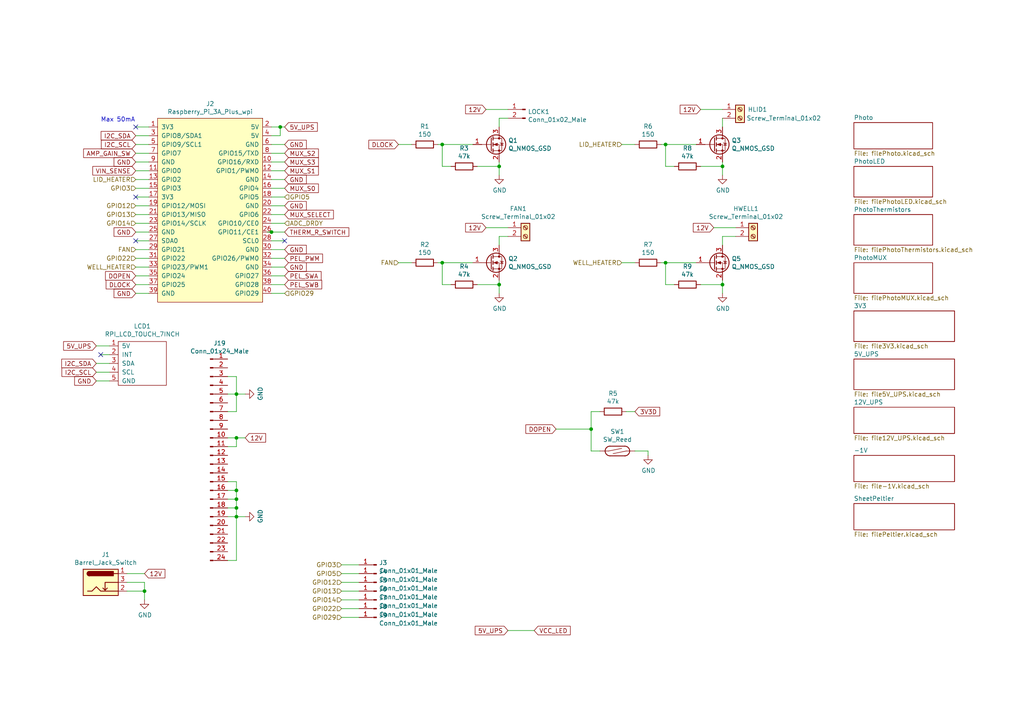
<source format=kicad_sch>
(kicad_sch (version 20211123) (generator eeschema)
  (paper "A4")
  (lib_symbols
    (symbol "Connector:Barrel_Jack_Switch" (pin_names hide)
      (property "Reference" "J" (at 0 5.334 0))
      (property "Value" "Barrel_Jack_Switch" (at 0 -5.08 0))
      (symbol "Barrel_Jack_Switch_0_1"
        (rectangle (start -5.08 3.81) (end 5.08 -3.81) (stroke (width 0.254)) (fill (type background)))
        (arc (start -3.302 3.175) (mid -3.937 2.54) (end -3.302 1.905) (stroke (width 0.254)))
        (arc (start -3.302 3.175) (mid -3.937 2.54) (end -3.302 1.905) (stroke (width 0.254)) (fill (type outline)))
        (polyline (pts (xy 1.27 -2.286) (xy 1.905 -1.651)) (stroke (width 0.254)))
        (polyline (pts (xy 5.08 2.54) (xy 3.81 2.54)) (stroke (width 0.254)))
        (polyline (pts (xy 5.08 0) (xy 1.27 0) (xy 1.27 -2.286) (xy 0.635 -1.651)) (stroke (width 0.254)))
        (polyline (pts (xy -3.81 -2.54) (xy -2.54 -2.54) (xy -1.27 -1.27) (xy 0 -2.54) (xy 2.54 -2.54) (xy 5.08 -2.54)) (stroke (width 0.254)))
        (rectangle (start 3.683 3.175) (end -3.302 1.905) (stroke (width 0.254)) (fill (type outline)))
      )
      (symbol "Barrel_Jack_Switch_1_1"
        (pin passive line (at 7.62 2.54 180) (length 2.54) (name "~") (number "1"))
        (pin passive line (at 7.62 -2.54 180) (length 2.54) (name "~") (number "2"))
        (pin passive line (at 7.62 0 180) (length 2.54) (name "~") (number "3"))
      )
    )
    (symbol "Connector:Conn_01x01_Male" (pin_names (offset 1.016) hide)
      (property "Reference" "J" (at 0 2.54 0))
      (property "Value" "Conn_01x01_Male" (at 0 -2.54 0))
      (symbol "Conn_01x01_Male_1_1"
        (polyline (pts (xy 1.27 0) (xy 0.8636 0)) (stroke (width 0.1524)))
        (rectangle (start 0.8636 0.127) (end 0 -0.127) (stroke (width 0.1524)) (fill (type outline)))
        (pin passive line (at 5.08 0 180) (length 3.81) (name "Pin_1") (number "1"))
      )
    )
    (symbol "Connector:Conn_01x02_Male" (pin_names (offset 1.016) hide)
      (property "Reference" "J" (at 0 2.54 0))
      (property "Value" "Conn_01x02_Male" (at 0 -5.08 0))
      (symbol "Conn_01x02_Male_1_1"
        (polyline (pts (xy 1.27 -2.54) (xy 0.8636 -2.54)) (stroke (width 0.1524)))
        (polyline (pts (xy 1.27 0) (xy 0.8636 0)) (stroke (width 0.1524)))
        (rectangle (start 0.8636 -2.413) (end 0 -2.667) (stroke (width 0.1524)) (fill (type outline)))
        (rectangle (start 0.8636 0.127) (end 0 -0.127) (stroke (width 0.1524)) (fill (type outline)))
        (pin passive line (at 5.08 0 180) (length 3.81) (name "Pin_1") (number "1"))
        (pin passive line (at 5.08 -2.54 180) (length 3.81) (name "Pin_2") (number "2"))
      )
    )
    (symbol "Connector:Conn_01x24_Male" (pin_names (offset 1.016) hide)
      (property "Reference" "J" (at 0 30.48 0))
      (property "Value" "Conn_01x24_Male" (at 0 -33.02 0))
      (symbol "Conn_01x24_Male_1_1"
        (polyline (pts (xy 1.27 -30.48) (xy 0.8636 -30.48)) (stroke (width 0.1524)))
        (polyline (pts (xy 1.27 -27.94) (xy 0.8636 -27.94)) (stroke (width 0.1524)))
        (polyline (pts (xy 1.27 -25.4) (xy 0.8636 -25.4)) (stroke (width 0.1524)))
        (polyline (pts (xy 1.27 -22.86) (xy 0.8636 -22.86)) (stroke (width 0.1524)))
        (polyline (pts (xy 1.27 -20.32) (xy 0.8636 -20.32)) (stroke (width 0.1524)))
        (polyline (pts (xy 1.27 -17.78) (xy 0.8636 -17.78)) (stroke (width 0.1524)))
        (polyline (pts (xy 1.27 -15.24) (xy 0.8636 -15.24)) (stroke (width 0.1524)))
        (polyline (pts (xy 1.27 -12.7) (xy 0.8636 -12.7)) (stroke (width 0.1524)))
        (polyline (pts (xy 1.27 -10.16) (xy 0.8636 -10.16)) (stroke (width 0.1524)))
        (polyline (pts (xy 1.27 -7.62) (xy 0.8636 -7.62)) (stroke (width 0.1524)))
        (polyline (pts (xy 1.27 -5.08) (xy 0.8636 -5.08)) (stroke (width 0.1524)))
        (polyline (pts (xy 1.27 -2.54) (xy 0.8636 -2.54)) (stroke (width 0.1524)))
        (polyline (pts (xy 1.27 0) (xy 0.8636 0)) (stroke (width 0.1524)))
        (polyline (pts (xy 1.27 2.54) (xy 0.8636 2.54)) (stroke (width 0.1524)))
        (polyline (pts (xy 1.27 5.08) (xy 0.8636 5.08)) (stroke (width 0.1524)))
        (polyline (pts (xy 1.27 7.62) (xy 0.8636 7.62)) (stroke (width 0.1524)))
        (polyline (pts (xy 1.27 10.16) (xy 0.8636 10.16)) (stroke (width 0.1524)))
        (polyline (pts (xy 1.27 12.7) (xy 0.8636 12.7)) (stroke (width 0.1524)))
        (polyline (pts (xy 1.27 15.24) (xy 0.8636 15.24)) (stroke (width 0.1524)))
        (polyline (pts (xy 1.27 17.78) (xy 0.8636 17.78)) (stroke (width 0.1524)))
        (polyline (pts (xy 1.27 20.32) (xy 0.8636 20.32)) (stroke (width 0.1524)))
        (polyline (pts (xy 1.27 22.86) (xy 0.8636 22.86)) (stroke (width 0.1524)))
        (polyline (pts (xy 1.27 25.4) (xy 0.8636 25.4)) (stroke (width 0.1524)))
        (polyline (pts (xy 1.27 27.94) (xy 0.8636 27.94)) (stroke (width 0.1524)))
        (rectangle (start 0.8636 -30.353) (end 0 -30.607) (stroke (width 0.1524)) (fill (type outline)))
        (rectangle (start 0.8636 -27.813) (end 0 -28.067) (stroke (width 0.1524)) (fill (type outline)))
        (rectangle (start 0.8636 -25.273) (end 0 -25.527) (stroke (width 0.1524)) (fill (type outline)))
        (rectangle (start 0.8636 -22.733) (end 0 -22.987) (stroke (width 0.1524)) (fill (type outline)))
        (rectangle (start 0.8636 -20.193) (end 0 -20.447) (stroke (width 0.1524)) (fill (type outline)))
        (rectangle (start 0.8636 -17.653) (end 0 -17.907) (stroke (width 0.1524)) (fill (type outline)))
        (rectangle (start 0.8636 -15.113) (end 0 -15.367) (stroke (width 0.1524)) (fill (type outline)))
        (rectangle (start 0.8636 -12.573) (end 0 -12.827) (stroke (width 0.1524)) (fill (type outline)))
        (rectangle (start 0.8636 -10.033) (end 0 -10.287) (stroke (width 0.1524)) (fill (type outline)))
        (rectangle (start 0.8636 -7.493) (end 0 -7.747) (stroke (width 0.1524)) (fill (type outline)))
        (rectangle (start 0.8636 -4.953) (end 0 -5.207) (stroke (width 0.1524)) (fill (type outline)))
        (rectangle (start 0.8636 -2.413) (end 0 -2.667) (stroke (width 0.1524)) (fill (type outline)))
        (rectangle (start 0.8636 0.127) (end 0 -0.127) (stroke (width 0.1524)) (fill (type outline)))
        (rectangle (start 0.8636 2.667) (end 0 2.413) (stroke (width 0.1524)) (fill (type outline)))
        (rectangle (start 0.8636 5.207) (end 0 4.953) (stroke (width 0.1524)) (fill (type outline)))
        (rectangle (start 0.8636 7.747) (end 0 7.493) (stroke (width 0.1524)) (fill (type outline)))
        (rectangle (start 0.8636 10.287) (end 0 10.033) (stroke (width 0.1524)) (fill (type outline)))
        (rectangle (start 0.8636 12.827) (end 0 12.573) (stroke (width 0.1524)) (fill (type outline)))
        (rectangle (start 0.8636 15.367) (end 0 15.113) (stroke (width 0.1524)) (fill (type outline)))
        (rectangle (start 0.8636 17.907) (end 0 17.653) (stroke (width 0.1524)) (fill (type outline)))
        (rectangle (start 0.8636 20.447) (end 0 20.193) (stroke (width 0.1524)) (fill (type outline)))
        (rectangle (start 0.8636 22.987) (end 0 22.733) (stroke (width 0.1524)) (fill (type outline)))
        (rectangle (start 0.8636 25.527) (end 0 25.273) (stroke (width 0.1524)) (fill (type outline)))
        (rectangle (start 0.8636 28.067) (end 0 27.813) (stroke (width 0.1524)) (fill (type outline)))
        (pin passive line (at 5.08 27.94 180) (length 3.81) (name "Pin_1") (number "1"))
        (pin passive line (at 5.08 5.08 180) (length 3.81) (name "Pin_10") (number "10"))
        (pin passive line (at 5.08 2.54 180) (length 3.81) (name "Pin_11") (number "11"))
        (pin passive line (at 5.08 0 180) (length 3.81) (name "Pin_12") (number "12"))
        (pin passive line (at 5.08 -2.54 180) (length 3.81) (name "Pin_13") (number "13"))
        (pin passive line (at 5.08 -5.08 180) (length 3.81) (name "Pin_14") (number "14"))
        (pin passive line (at 5.08 -7.62 180) (length 3.81) (name "Pin_15") (number "15"))
        (pin passive line (at 5.08 -10.16 180) (length 3.81) (name "Pin_16") (number "16"))
        (pin passive line (at 5.08 -12.7 180) (length 3.81) (name "Pin_17") (number "17"))
        (pin passive line (at 5.08 -15.24 180) (length 3.81) (name "Pin_18") (number "18"))
        (pin passive line (at 5.08 -17.78 180) (length 3.81) (name "Pin_19") (number "19"))
        (pin passive line (at 5.08 25.4 180) (length 3.81) (name "Pin_2") (number "2"))
        (pin passive line (at 5.08 -20.32 180) (length 3.81) (name "Pin_20") (number "20"))
        (pin passive line (at 5.08 -22.86 180) (length 3.81) (name "Pin_21") (number "21"))
        (pin passive line (at 5.08 -25.4 180) (length 3.81) (name "Pin_22") (number "22"))
        (pin passive line (at 5.08 -27.94 180) (length 3.81) (name "Pin_23") (number "23"))
        (pin passive line (at 5.08 -30.48 180) (length 3.81) (name "Pin_24") (number "24"))
        (pin passive line (at 5.08 22.86 180) (length 3.81) (name "Pin_3") (number "3"))
        (pin passive line (at 5.08 20.32 180) (length 3.81) (name "Pin_4") (number "4"))
        (pin passive line (at 5.08 17.78 180) (length 3.81) (name "Pin_5") (number "5"))
        (pin passive line (at 5.08 15.24 180) (length 3.81) (name "Pin_6") (number "6"))
        (pin passive line (at 5.08 12.7 180) (length 3.81) (name "Pin_7") (number "7"))
        (pin passive line (at 5.08 10.16 180) (length 3.81) (name "Pin_8") (number "8"))
        (pin passive line (at 5.08 7.62 180) (length 3.81) (name "Pin_9") (number "9"))
      )
    )
    (symbol "Connector:Screw_Terminal_01x02" (pin_names (offset 1.016) hide)
      (property "Reference" "J" (at 0 2.54 0))
      (property "Value" "Screw_Terminal_01x02" (at 0 -5.08 0))
      (symbol "Screw_Terminal_01x02_1_1"
        (rectangle (start -1.27 1.27) (end 1.27 -3.81) (stroke (width 0.254)) (fill (type background)))
        (circle (center 0 -2.54) (radius 0.635) (stroke (width 0.1524)))
        (polyline (pts (xy -0.5334 -2.2098) (xy 0.3302 -3.048)) (stroke (width 0.1524)))
        (polyline (pts (xy -0.5334 0.3302) (xy 0.3302 -0.508)) (stroke (width 0.1524)))
        (polyline (pts (xy -0.3556 -2.032) (xy 0.508 -2.8702)) (stroke (width 0.1524)))
        (polyline (pts (xy -0.3556 0.508) (xy 0.508 -0.3302)) (stroke (width 0.1524)))
        (circle (center 0 0) (radius 0.635) (stroke (width 0.1524)))
        (pin passive line (at -5.08 0 0) (length 3.81) (name "Pin_1") (number "1"))
        (pin passive line (at -5.08 -2.54 0) (length 3.81) (name "Pin_2") (number "2"))
      )
    )
    (symbol "Device:Q_NMOS_GSD" (pin_names (offset 0) hide)
      (property "Reference" "Q" (at 5.08 1.27 0))
      (property "Value" "Q_NMOS_GSD" (at 5.08 -1.27 0))
      (symbol "Q_NMOS_GSD_0_1"
        (polyline (pts (xy 0.254 0) (xy -2.54 0)))
        (polyline (pts (xy 0.254 1.905) (xy 0.254 -1.905)) (stroke (width 0.254)))
        (polyline (pts (xy 0.762 -1.27) (xy 0.762 -2.286)) (stroke (width 0.254)))
        (polyline (pts (xy 0.762 0.508) (xy 0.762 -0.508)) (stroke (width 0.254)))
        (polyline (pts (xy 0.762 2.286) (xy 0.762 1.27)) (stroke (width 0.254)))
        (polyline (pts (xy 2.54 2.54) (xy 2.54 1.778)))
        (polyline (pts (xy 2.54 -2.54) (xy 2.54 0) (xy 0.762 0)))
        (polyline (pts (xy 0.762 -1.778) (xy 3.302 -1.778) (xy 3.302 1.778) (xy 0.762 1.778)))
        (polyline (pts (xy 1.016 0) (xy 2.032 0.381) (xy 2.032 -0.381) (xy 1.016 0)) (fill (type outline)))
        (polyline (pts (xy 2.794 0.508) (xy 2.921 0.381) (xy 3.683 0.381) (xy 3.81 0.254)))
        (polyline (pts (xy 3.302 0.381) (xy 2.921 -0.254) (xy 3.683 -0.254) (xy 3.302 0.381)))
        (circle (center 1.651 0) (radius 2.794) (stroke (width 0.254)))
        (circle (center 2.54 -1.778) (radius 0.254) (fill (type outline)))
        (circle (center 2.54 1.778) (radius 0.254) (fill (type outline)))
      )
      (symbol "Q_NMOS_GSD_1_1"
        (pin input line (at -5.08 0 0) (length 2.54) (name "G") (number "1"))
        (pin passive line (at 2.54 -5.08 90) (length 2.54) (name "S") (number "2"))
        (pin passive line (at 2.54 5.08 270) (length 2.54) (name "D") (number "3"))
      )
    )
    (symbol "Device:R" (pin_numbers hide) (pin_names (offset 0))
      (property "Reference" "R" (at 2.032 0 90))
      (property "Value" "R" (at 0 0 90))
      (symbol "R_0_1"
        (rectangle (start -1.016 -2.54) (end 1.016 2.54) (stroke (width 0.254)))
      )
      (symbol "R_1_1"
        (pin passive line (at 0 3.81 270) (length 1.27) (name "~") (number "1"))
        (pin passive line (at 0 -3.81 90) (length 1.27) (name "~") (number "2"))
      )
    )
    (symbol "Ninja-qPCR:RPI_LCD_TOUCH_7INCH_M2.5_NONE" (pin_names (offset 1.016))
      (property "Reference" "U" (at 8.89 2.54 0))
      (property "Value" "Ninja-qPCR_RPI_LCD_TOUCH_7INCH_M2.5_NONE" (at 11.43 -12.7 0))
      (symbol "RPI_LCD_TOUCH_7INCH_M2.5_NONE_0_1"
        (rectangle (start 2.54 1.27) (end 16.51 -11.43))
      )
      (symbol "RPI_LCD_TOUCH_7INCH_M2.5_NONE_1_1"
        (pin input line (at 0 0 0) (length 2.54) (name "5V") (number "1"))
        (pin input line (at 0 -2.54 0) (length 2.54) (name "INT") (number "2"))
        (pin input line (at 0 -5.08 0) (length 2.54) (name "SDA") (number "3"))
        (pin input line (at 0 -7.62 0) (length 2.54) (name "SCL") (number "4"))
        (pin input line (at 0 -10.16 0) (length 2.54) (name "GND") (number "5"))
      )
    )
    (symbol "Ninja-qPCR:Raspberry_Pi_3A_Plus_wpi" (pin_names (offset 1.016))
      (property "Reference" "J" (at -11.43 -27.94 0))
      (property "Value" "Ninja-qPCR_Raspberry_Pi_3A_Plus_wpi" (at 0 -30.48 0))
      (symbol "Raspberry_Pi_3A_Plus_wpi_0_1"
        (rectangle (start 15.24 26.67) (end -15.24 -26.67) (fill (type background)))
      )
      (symbol "Raspberry_Pi_3A_Plus_wpi_1_1"
        (pin power_out line (at -17.78 24.13 0) (length 2.54) (name "3V3") (number "1"))
        (pin bidirectional line (at 17.78 13.97 180) (length 2.54) (name "GPIO16/RXD") (number "10"))
        (pin bidirectional line (at -17.78 11.43 0) (length 2.54) (name "GPIO0") (number "11"))
        (pin bidirectional line (at 17.78 11.43 180) (length 2.54) (name "GPIO1/PWM0") (number "12"))
        (pin bidirectional line (at -17.78 8.89 0) (length 2.54) (name "GPIO2") (number "13"))
        (pin power_out line (at 17.78 8.89 180) (length 2.54) (name "GND") (number "14"))
        (pin bidirectional line (at -17.78 6.35 0) (length 2.54) (name "GPIO3") (number "15"))
        (pin bidirectional line (at 17.78 6.35 180) (length 2.54) (name "GPIO4") (number "16"))
        (pin power_out line (at -17.78 3.81 0) (length 2.54) (name "3V3") (number "17"))
        (pin bidirectional line (at 17.78 3.81 180) (length 2.54) (name "GPIO5") (number "18"))
        (pin bidirectional line (at -17.78 1.27 0) (length 2.54) (name "GPIO12/MOSI") (number "19"))
        (pin power_out line (at 17.78 24.13 180) (length 2.54) (name "5V") (number "2"))
        (pin power_out line (at 17.78 1.27 180) (length 2.54) (name "GND") (number "20"))
        (pin bidirectional line (at -17.78 -1.27 0) (length 2.54) (name "GPIO13/MISO") (number "21"))
        (pin bidirectional line (at 17.78 -1.27 180) (length 2.54) (name "GPIO6") (number "22"))
        (pin bidirectional line (at -17.78 -3.81 0) (length 2.54) (name "GPIO14/SCLK") (number "23"))
        (pin bidirectional line (at 17.78 -3.81 180) (length 2.54) (name "GPIO10/CE0") (number "24"))
        (pin power_out line (at -17.78 -6.35 0) (length 2.54) (name "GND") (number "25"))
        (pin bidirectional line (at 17.78 -6.35 180) (length 2.54) (name "GPIO11/CE1") (number "26"))
        (pin bidirectional line (at -17.78 -8.89 0) (length 2.54) (name "SDA0") (number "27"))
        (pin bidirectional line (at 17.78 -8.89 180) (length 2.54) (name "SCL0") (number "28"))
        (pin bidirectional line (at -17.78 -11.43 0) (length 2.54) (name "GPIO21") (number "29"))
        (pin bidirectional line (at -17.78 21.59 0) (length 2.54) (name "GPIO8/SDA1") (number "3"))
        (pin power_out line (at 17.78 -11.43 180) (length 2.54) (name "GND") (number "30"))
        (pin bidirectional line (at -17.78 -13.97 0) (length 2.54) (name "GPIO22") (number "31"))
        (pin bidirectional line (at 17.78 -13.97 180) (length 2.54) (name "GPIO26/PWM0") (number "32"))
        (pin bidirectional line (at -17.78 -16.51 0) (length 2.54) (name "GPIO23/PWM1") (number "33"))
        (pin power_out line (at 17.78 -16.51 180) (length 2.54) (name "GND") (number "34"))
        (pin bidirectional line (at -17.78 -19.05 0) (length 2.54) (name "GPIO24") (number "35"))
        (pin bidirectional line (at 17.78 -19.05 180) (length 2.54) (name "GPIO27") (number "36"))
        (pin bidirectional line (at -17.78 -21.59 0) (length 2.54) (name "GPIO25") (number "37"))
        (pin bidirectional line (at 17.78 -21.59 180) (length 2.54) (name "GPIO28") (number "38"))
        (pin power_out line (at -17.78 -24.13 0) (length 2.54) (name "GND") (number "39"))
        (pin power_out line (at 17.78 21.59 180) (length 2.54) (name "5V") (number "4"))
        (pin bidirectional line (at 17.78 -24.13 180) (length 2.54) (name "GPIO29") (number "40"))
        (pin bidirectional line (at -17.78 19.05 0) (length 2.54) (name "GPIO9/SCL1") (number "5"))
        (pin power_out line (at 17.78 19.05 180) (length 2.54) (name "GND") (number "6"))
        (pin bidirectional line (at -17.78 16.51 0) (length 2.54) (name "GPIO7") (number "7"))
        (pin bidirectional line (at 17.78 16.51 180) (length 2.54) (name "GPIO15/TXD") (number "8"))
        (pin power_out line (at -17.78 13.97 0) (length 2.54) (name "GND") (number "9"))
      )
    )
    (symbol "Switch:SW_Reed" (pin_numbers hide) (pin_names (offset 0) hide)
      (property "Reference" "SW" (at 0 2.54 0))
      (property "Value" "SW_Reed" (at 0 -2.54 0))
      (symbol "SW_Reed_0_0"
        (arc (start -2.159 1.397) (mid -3.556 0) (end -2.159 -1.397) (stroke (width 0.254)))
        (polyline (pts (xy -2.54 0) (xy 1.27 0.762)))
        (polyline (pts (xy -2.159 -1.397) (xy 2.286 -1.397)) (stroke (width 0.254)))
        (polyline (pts (xy 2.159 1.397) (xy -2.159 1.397)) (stroke (width 0.254)))
        (polyline (pts (xy 2.54 0) (xy -1.27 -0.762)))
        (arc (start 2.159 -1.397) (mid 3.556 0) (end 2.159 1.397) (stroke (width 0.254)))
      )
      (symbol "SW_Reed_1_1"
        (pin passive line (at -5.08 0 0) (length 2.54) (name "1") (number "1"))
        (pin passive line (at 5.08 0 180) (length 2.54) (name "2") (number "2"))
      )
    )
    (symbol "power:GND" (power) (pin_names (offset 0))
      (property "Value" "GND" (at 0 -3.81 0))
      (symbol "GND_0_1"
        (polyline (pts (xy 0 0) (xy 0 -1.27) (xy 1.27 -1.27) (xy 0 -2.54) (xy -1.27 -1.27) (xy 0 -1.27)))
      )
      (symbol "GND_1_1"
        (pin power_in line (at 0 0 270) (length 0) hide (name "GND") (number "1"))
      )
    )
  )
  (junction (at 68.58 144.78))
  (junction (at 171.45 124.46))
  (junction (at 68.58 147.32))
  (junction (at 193.04 76.2))
  (junction (at 81.28 36.83))
  (junction (at 78.74 67.31))
  (junction (at 209.55 82.55))
  (junction (at 41.91 171.45))
  (junction (at 209.55 48.26))
  (junction (at 144.78 82.55))
  (junction (at 68.58 114.3))
  (junction (at 128.27 76.2))
  (junction (at 144.78 48.26))
  (junction (at 68.58 142.24))
  (junction (at 128.27 41.91))
  (junction (at 193.04 41.91))
  (junction (at 68.58 127))
  (junction (at 68.58 149.86))
  (no_connect (at 82.55 69.85))
  (no_connect (at 39.37 57.15))
  (no_connect (at 39.37 36.83))
  (no_connect (at 39.37 69.85))
  (no_connect (at 29.21 102.87))
  (wire (pts (xy 78.74 67.31) (xy 82.55 67.31)))
  (wire (pts (xy 78.74 36.83) (xy 81.28 36.83)))
  (wire (pts (xy 68.58 147.32) (xy 68.58 144.78)))
  (wire (pts (xy 201.93 41.91) (xy 193.04 41.91)))
  (wire (pts (xy 209.55 50.8) (xy 209.55 48.26)))
  (wire (pts (xy 207.01 66.04) (xy 213.36 66.04)))
  (wire (pts (xy 43.18 64.77) (xy 39.37 64.77)))
  (wire (pts (xy 180.34 76.2) (xy 184.15 76.2)))
  (wire (pts (xy 138.43 48.26) (xy 144.78 48.26)))
  (wire (pts (xy 39.37 82.55) (xy 43.18 82.55)))
  (wire (pts (xy 184.15 130.81) (xy 187.96 130.81)))
  (wire (pts (xy 130.81 82.55) (xy 128.27 82.55)))
  (wire (pts (xy 193.04 41.91) (xy 191.77 41.91)))
  (wire (pts (xy 147.32 182.88) (xy 154.94 182.88)))
  (wire (pts (xy 68.58 119.38) (xy 68.58 114.3)))
  (wire (pts (xy 29.21 102.87) (xy 31.75 102.87)))
  (wire (pts (xy 68.58 162.56) (xy 68.58 149.86)))
  (wire (pts (xy 115.57 76.2) (xy 119.38 76.2)))
  (wire (pts (xy 171.45 124.46) (xy 171.45 130.81)))
  (wire (pts (xy 209.55 85.09) (xy 209.55 82.55)))
  (wire (pts (xy 27.94 100.33) (xy 31.75 100.33)))
  (wire (pts (xy 140.97 66.04) (xy 147.32 66.04)))
  (wire (pts (xy 201.93 76.2) (xy 193.04 76.2)))
  (wire (pts (xy 39.37 69.85) (xy 43.18 69.85)))
  (wire (pts (xy 82.55 44.45) (xy 78.74 44.45)))
  (wire (pts (xy 82.55 69.85) (xy 78.74 69.85)))
  (wire (pts (xy 82.55 80.01) (xy 78.74 80.01)))
  (wire (pts (xy 104.14 163.83) (xy 99.06 163.83)))
  (wire (pts (xy 82.55 72.39) (xy 78.74 72.39)))
  (wire (pts (xy 39.37 77.47) (xy 43.18 77.47)))
  (wire (pts (xy 173.99 119.38) (xy 171.45 119.38)))
  (wire (pts (xy 31.75 105.41) (xy 27.94 105.41)))
  (wire (pts (xy 82.55 64.77) (xy 78.74 64.77)))
  (wire (pts (xy 36.83 171.45) (xy 41.91 171.45)))
  (wire (pts (xy 39.37 44.45) (xy 43.18 44.45)))
  (wire (pts (xy 43.18 41.91) (xy 39.37 41.91)))
  (wire (pts (xy 39.37 52.07) (xy 43.18 52.07)))
  (wire (pts (xy 43.18 62.23) (xy 39.37 62.23)))
  (wire (pts (xy 209.55 34.29) (xy 209.55 36.83)))
  (wire (pts (xy 68.58 109.22) (xy 68.58 114.3)))
  (wire (pts (xy 171.45 119.38) (xy 171.45 124.46)))
  (wire (pts (xy 81.28 36.83) (xy 82.55 36.83)))
  (wire (pts (xy 128.27 41.91) (xy 127 41.91)))
  (wire (pts (xy 71.12 149.86) (xy 68.58 149.86)))
  (wire (pts (xy 209.55 68.58) (xy 209.55 71.12)))
  (wire (pts (xy 144.78 48.26) (xy 144.78 46.99)))
  (wire (pts (xy 82.55 49.53) (xy 78.74 49.53)))
  (wire (pts (xy 171.45 130.81) (xy 173.99 130.81)))
  (wire (pts (xy 203.2 48.26) (xy 209.55 48.26)))
  (wire (pts (xy 104.14 171.45) (xy 99.06 171.45)))
  (wire (pts (xy 66.04 147.32) (xy 68.58 147.32)))
  (wire (pts (xy 39.37 36.83) (xy 43.18 36.83)))
  (wire (pts (xy 43.18 72.39) (xy 39.37 72.39)))
  (wire (pts (xy 43.18 74.93) (xy 39.37 74.93)))
  (wire (pts (xy 184.15 119.38) (xy 181.61 119.38)))
  (wire (pts (xy 39.37 46.99) (xy 43.18 46.99)))
  (wire (pts (xy 78.74 39.37) (xy 81.28 39.37)))
  (wire (pts (xy 82.55 57.15) (xy 78.74 57.15)))
  (wire (pts (xy 213.36 68.58) (xy 209.55 68.58)))
  (wire (pts (xy 36.83 168.91) (xy 41.91 168.91)))
  (wire (pts (xy 82.55 59.69) (xy 78.74 59.69)))
  (wire (pts (xy 66.04 149.86) (xy 68.58 149.86)))
  (wire (pts (xy 144.78 34.29) (xy 144.78 36.83)))
  (wire (pts (xy 193.04 76.2) (xy 191.77 76.2)))
  (wire (pts (xy 81.28 39.37) (xy 81.28 36.83)))
  (wire (pts (xy 180.34 41.91) (xy 184.15 41.91)))
  (wire (pts (xy 82.55 74.93) (xy 78.74 74.93)))
  (wire (pts (xy 195.58 82.55) (xy 193.04 82.55)))
  (wire (pts (xy 39.37 85.09) (xy 43.18 85.09)))
  (wire (pts (xy 78.74 46.99) (xy 82.55 46.99)))
  (wire (pts (xy 66.04 142.24) (xy 68.58 142.24)))
  (wire (pts (xy 128.27 82.55) (xy 128.27 76.2)))
  (wire (pts (xy 82.55 62.23) (xy 78.74 62.23)))
  (wire (pts (xy 66.04 139.7) (xy 68.58 139.7)))
  (wire (pts (xy 104.14 176.53) (xy 99.06 176.53)))
  (wire (pts (xy 39.37 39.37) (xy 43.18 39.37)))
  (wire (pts (xy 140.97 31.75) (xy 147.32 31.75)))
  (wire (pts (xy 36.83 166.37) (xy 41.91 166.37)))
  (wire (pts (xy 119.38 41.91) (xy 115.57 41.91)))
  (wire (pts (xy 39.37 49.53) (xy 43.18 49.53)))
  (wire (pts (xy 193.04 82.55) (xy 193.04 76.2)))
  (wire (pts (xy 209.55 82.55) (xy 209.55 81.28)))
  (wire (pts (xy 68.58 144.78) (xy 68.58 142.24)))
  (wire (pts (xy 99.06 166.37) (xy 104.14 166.37)))
  (wire (pts (xy 68.58 149.86) (xy 68.58 147.32)))
  (wire (pts (xy 128.27 76.2) (xy 127 76.2)))
  (wire (pts (xy 161.29 124.46) (xy 171.45 124.46)))
  (wire (pts (xy 41.91 168.91) (xy 41.91 171.45)))
  (wire (pts (xy 39.37 80.01) (xy 43.18 80.01)))
  (wire (pts (xy 130.81 48.26) (xy 128.27 48.26)))
  (wire (pts (xy 82.55 77.47) (xy 78.74 77.47)))
  (wire (pts (xy 195.58 48.26) (xy 193.04 48.26)))
  (wire (pts (xy 203.2 82.55) (xy 209.55 82.55)))
  (wire (pts (xy 144.78 85.09) (xy 144.78 82.55)))
  (wire (pts (xy 104.14 173.99) (xy 99.06 173.99)))
  (wire (pts (xy 31.75 107.95) (xy 27.94 107.95)))
  (wire (pts (xy 78.74 41.91) (xy 82.55 41.91)))
  (wire (pts (xy 66.04 109.22) (xy 68.58 109.22)))
  (wire (pts (xy 193.04 48.26) (xy 193.04 41.91)))
  (wire (pts (xy 137.16 76.2) (xy 128.27 76.2)))
  (wire (pts (xy 147.32 34.29) (xy 144.78 34.29)))
  (wire (pts (xy 68.58 114.3) (xy 66.04 114.3)))
  (wire (pts (xy 144.78 68.58) (xy 144.78 71.12)))
  (wire (pts (xy 31.75 110.49) (xy 27.94 110.49)))
  (wire (pts (xy 209.55 48.26) (xy 209.55 46.99)))
  (wire (pts (xy 144.78 50.8) (xy 144.78 48.26)))
  (wire (pts (xy 43.18 54.61) (xy 39.37 54.61)))
  (wire (pts (xy 77.47 67.31) (xy 78.74 67.31)))
  (wire (pts (xy 66.04 162.56) (xy 68.58 162.56)))
  (wire (pts (xy 147.32 68.58) (xy 144.78 68.58)))
  (wire (pts (xy 104.14 179.07) (xy 99.06 179.07)))
  (wire (pts (xy 66.04 144.78) (xy 68.58 144.78)))
  (wire (pts (xy 82.55 85.09) (xy 78.74 85.09)))
  (wire (pts (xy 144.78 82.55) (xy 144.78 81.28)))
  (wire (pts (xy 82.55 52.07) (xy 78.74 52.07)))
  (wire (pts (xy 138.43 82.55) (xy 144.78 82.55)))
  (wire (pts (xy 41.91 173.99) (xy 41.91 171.45)))
  (wire (pts (xy 68.58 114.3) (xy 71.12 114.3)))
  (wire (pts (xy 39.37 57.15) (xy 43.18 57.15)))
  (wire (pts (xy 66.04 119.38) (xy 68.58 119.38)))
  (wire (pts (xy 128.27 48.26) (xy 128.27 41.91)))
  (wire (pts (xy 82.55 82.55) (xy 78.74 82.55)))
  (wire (pts (xy 187.96 130.81) (xy 187.96 132.08)))
  (wire (pts (xy 66.04 129.54) (xy 68.58 129.54)))
  (wire (pts (xy 68.58 129.54) (xy 68.58 127)))
  (wire (pts (xy 66.04 127) (xy 68.58 127)))
  (wire (pts (xy 68.58 139.7) (xy 68.58 142.24)))
  (wire (pts (xy 82.55 54.61) (xy 78.74 54.61)))
  (wire (pts (xy 39.37 67.31) (xy 43.18 67.31)))
  (wire (pts (xy 68.58 127) (xy 71.12 127)))
  (wire (pts (xy 203.2 31.75) (xy 209.55 31.75)))
  (wire (pts (xy 104.14 168.91) (xy 99.06 168.91)))
  (wire (pts (xy 137.16 41.91) (xy 128.27 41.91)))
  (wire (pts (xy 43.18 59.69) (xy 39.37 59.69)))
  (text "Max 50mA" (at 29.21 35.56 0) (effects (font (size 1.27 1.27)) (justify left bottom)))
  (global_label "AMP_GAIN_SW" (shape input) (at 39.37 44.45 180) (property "Intersheet References" "${INTERSHEET_REFS}" (effects hide)))
  (global_label "GND" (shape input) (at 82.55 52.07 0) (property "Intersheet References" "${INTERSHEET_REFS}" (effects hide)))
  (global_label "12V" (shape input) (at 203.2 31.75 180) (property "Intersheet References" "${INTERSHEET_REFS}" (effects hide)))
  (global_label "GND" (shape input) (at 82.55 72.39 0) (property "Intersheet References" "${INTERSHEET_REFS}" (effects hide)))
  (global_label "DLOCK" (shape input) (at 39.37 82.55 180) (property "Intersheet References" "${INTERSHEET_REFS}" (effects hide)))
  (global_label "12V" (shape input) (at 140.97 66.04 180) (property "Intersheet References" "${INTERSHEET_REFS}" (effects hide)))
  (global_label "GND" (shape input) (at 39.37 67.31 180) (property "Intersheet References" "${INTERSHEET_REFS}" (effects hide)))
  (global_label "I2C_SDA" (shape input) (at 27.94 105.41 180) (property "Intersheet References" "${INTERSHEET_REFS}" (effects hide)))
  (global_label "GND" (shape input) (at 82.55 41.91 0) (property "Intersheet References" "${INTERSHEET_REFS}" (effects hide)))
  (global_label "12V" (shape input) (at 140.97 31.75 180) (property "Intersheet References" "${INTERSHEET_REFS}" (effects hide)))
  (global_label "DOPEN" (shape input) (at 161.29 124.46 180) (property "Intersheet References" "${INTERSHEET_REFS}" (effects hide)))
  (global_label "5V_UPS" (shape input) (at 147.32 182.88 180) (property "Intersheet References" "${INTERSHEET_REFS}" (effects hide)))
  (global_label "VCC_LED" (shape input) (at 154.94 182.88 0) (property "Intersheet References" "${INTERSHEET_REFS}" (effects hide)))
  (global_label "PEL_SWB" (shape input) (at 82.55 82.55 0) (property "Intersheet References" "${INTERSHEET_REFS}" (effects hide)))
  (global_label "GND" (shape input) (at 82.55 77.47 0) (property "Intersheet References" "${INTERSHEET_REFS}" (effects hide)))
  (global_label "3V3D" (shape input) (at 184.15 119.38 0) (property "Intersheet References" "${INTERSHEET_REFS}" (effects hide)))
  (global_label "I2C_SDA" (shape input) (at 39.37 39.37 180) (property "Intersheet References" "${INTERSHEET_REFS}" (effects hide)))
  (global_label "12V" (shape input) (at 71.12 127 0) (property "Intersheet References" "${INTERSHEET_REFS}" (effects hide)))
  (global_label "PEL_PWM" (shape input) (at 82.55 74.93 0) (property "Intersheet References" "${INTERSHEET_REFS}" (effects hide)))
  (global_label "GND" (shape input) (at 39.37 85.09 180) (property "Intersheet References" "${INTERSHEET_REFS}" (effects hide)))
  (global_label "5V_UPS" (shape input) (at 82.55 36.83 0) (property "Intersheet References" "${INTERSHEET_REFS}" (effects hide)))
  (global_label "THERM_R_SWITCH" (shape input) (at 82.55 67.31 0) (property "Intersheet References" "${INTERSHEET_REFS}" (effects hide)))
  (global_label "GND" (shape input) (at 82.55 59.69 0) (property "Intersheet References" "${INTERSHEET_REFS}" (effects hide)))
  (global_label "DOPEN" (shape input) (at 39.37 80.01 180) (property "Intersheet References" "${INTERSHEET_REFS}" (effects hide)))
  (global_label "VIN_SENSE" (shape input) (at 39.37 49.53 180) (property "Intersheet References" "${INTERSHEET_REFS}" (effects hide)))
  (global_label "DLOCK" (shape input) (at 115.57 41.91 180) (property "Intersheet References" "${INTERSHEET_REFS}" (effects hide)))
  (global_label "12V" (shape input) (at 207.01 66.04 180) (property "Intersheet References" "${INTERSHEET_REFS}" (effects hide)))
  (global_label "GND" (shape input) (at 39.37 46.99 180) (property "Intersheet References" "${INTERSHEET_REFS}" (effects hide)))
  (global_label "5V_UPS" (shape input) (at 27.94 100.33 180) (property "Intersheet References" "${INTERSHEET_REFS}" (effects hide)))
  (global_label "MUX_S1" (shape input) (at 82.55 49.53 0) (property "Intersheet References" "${INTERSHEET_REFS}" (effects hide)))
  (global_label "I2C_SCL" (shape input) (at 39.37 41.91 180) (property "Intersheet References" "${INTERSHEET_REFS}" (effects hide)))
  (global_label "GND" (shape input) (at 27.94 110.49 180) (property "Intersheet References" "${INTERSHEET_REFS}" (effects hide)))
  (global_label "I2C_SCL" (shape input) (at 27.94 107.95 180) (property "Intersheet References" "${INTERSHEET_REFS}" (effects hide)))
  (global_label "PEL_SWA" (shape input) (at 82.55 80.01 0) (property "Intersheet References" "${INTERSHEET_REFS}" (effects hide)))
  (global_label "MUX_S0" (shape input) (at 82.55 54.61 0) (property "Intersheet References" "${INTERSHEET_REFS}" (effects hide)))
  (global_label "MUX_S3" (shape input) (at 82.55 46.99 0) (property "Intersheet References" "${INTERSHEET_REFS}" (effects hide)))
  (global_label "MUX_SELECT" (shape input) (at 82.55 62.23 0) (property "Intersheet References" "${INTERSHEET_REFS}" (effects hide)))
  (global_label "12V" (shape input) (at 41.91 166.37 0) (property "Intersheet References" "${INTERSHEET_REFS}" (effects hide)))
  (global_label "MUX_S2" (shape input) (at 82.55 44.45 0) (property "Intersheet References" "${INTERSHEET_REFS}" (effects hide)))
  (hierarchical_label "FAN" (shape input) (at 115.57 76.2 180))
  (hierarchical_label "GPIO14" (shape input) (at 99.06 173.99 180))
  (hierarchical_label "GPIO5" (shape input) (at 82.55 57.15 0))
  (hierarchical_label "GPIO5" (shape input) (at 99.06 166.37 180))
  (hierarchical_label "LID_HEATER" (shape input) (at 39.37 52.07 180))
  (hierarchical_label "LID_HEATER" (shape input) (at 180.34 41.91 180))
  (hierarchical_label "GPIO12" (shape input) (at 99.06 168.91 180))
  (hierarchical_label "GPIO3" (shape input) (at 99.06 163.83 180))
  (hierarchical_label "FAN" (shape input) (at 39.37 72.39 180))
  (hierarchical_label "GPIO22" (shape input) (at 99.06 176.53 180))
  (hierarchical_label "GPIO13" (shape input) (at 39.37 62.23 180))
  (hierarchical_label "ADC_DRDY" (shape input) (at 82.55 64.77 0))
  (hierarchical_label "GPIO12" (shape input) (at 39.37 59.69 180))
  (hierarchical_label "GPIO29" (shape input) (at 99.06 179.07 180))
  (hierarchical_label "GPIO3" (shape input) (at 39.37 54.61 180))
  (hierarchical_label "GPIO14" (shape input) (at 39.37 64.77 180))
  (hierarchical_label "GPIO22" (shape input) (at 39.37 74.93 180))
  (hierarchical_label "WELL_HEATER" (shape input) (at 39.37 77.47 180))
  (hierarchical_label "GPIO13" (shape input) (at 99.06 171.45 180))
  (hierarchical_label "WELL_HEATER" (shape input) (at 180.34 76.2 180))
  (hierarchical_label "GPIO29" (shape input) (at 82.55 85.09 0))
  (symbol (lib_id "Ninja-qPCR:Raspberry_Pi_3A_Plus_wpi") (at 60.96 60.96 0)
    (property "Reference" "J2" (at 60.96 30.099 0))
    (property "Value" "Raspberry_Pi_3A_Plus_wpi" (at 60.96 32.4104 0))
    (property "Footprint" "Ninja-qPCR:Raspberry_Pi_3A+_3B+_4B_Zero_FaceDown_HDMI-R-NOSILK" (effects hide))
  )
  (symbol (lib_id "Device:R") (at 199.39 48.26 270)
    (property "Reference" "R8" (at 199.39 43.0022 90))
    (property "Value" "47k" (at 199.39 45.3136 90))
    (property "Footprint" "Resistors_SMD:R_0603" (effects hide))
  )
  (symbol (lib_id "Device:R") (at 187.96 41.91 270)
    (property "Reference" "R6" (at 187.96 36.6522 90))
    (property "Value" "150" (at 187.96 38.9636 90))
    (property "Footprint" "Resistors_SMD:R_0603" (effects hide))
  )
  (symbol (lib_id "power:GND") (at 209.55 50.8 0)
    (property "Reference" "#PWR05" (effects hide))
    (property "Value" "GND" (at 209.677 55.1942 0))
  )
  (symbol (lib_id "Device:Q_NMOS_GSD") (at 207.01 41.91 0)
    (property "Reference" "Q3" (at 212.1916 40.7416 0) (effects (justify left)))
    (property "Value" "Q_NMOS_GSD" (at 212.1916 43.053 0) (effects (justify left)))
    (property "Footprint" "Ninja-qPCR:SOT95P240X112-3N" (effects hide))
  )
  (symbol (lib_id "Device:R") (at 199.39 82.55 270)
    (property "Reference" "R9" (at 199.39 77.2922 90))
    (property "Value" "47k" (at 199.39 79.6036 90))
    (property "Footprint" "Resistors_SMD:R_0603" (effects hide))
  )
  (symbol (lib_id "Device:R") (at 187.96 76.2 270)
    (property "Reference" "R7" (at 187.96 70.9422 90))
    (property "Value" "150" (at 187.96 73.2536 90))
    (property "Footprint" "Resistors_SMD:R_0603" (effects hide))
  )
  (symbol (lib_id "power:GND") (at 209.55 85.09 0)
    (property "Reference" "#PWR07" (effects hide))
    (property "Value" "GND" (at 209.677 89.4842 0))
  )
  (symbol (lib_id "Device:Q_NMOS_GSD") (at 207.01 76.2 0)
    (property "Reference" "Q5" (at 212.1916 75.0316 0) (effects (justify left)))
    (property "Value" "Q_NMOS_GSD" (at 212.1916 77.343 0) (effects (justify left)))
    (property "Footprint" "Ninja-qPCR:SOT95P240X112-3N" (effects hide))
  )
  (symbol (lib_id "Device:R") (at 134.62 82.55 270)
    (property "Reference" "R4" (at 134.62 77.2922 90))
    (property "Value" "47k" (at 134.62 79.6036 90))
    (property "Footprint" "Resistors_SMD:R_0603" (effects hide))
  )
  (symbol (lib_id "Device:R") (at 123.19 76.2 270)
    (property "Reference" "R2" (at 123.19 70.9422 90))
    (property "Value" "150" (at 123.19 73.2536 90))
    (property "Footprint" "Resistors_SMD:R_0603" (effects hide))
  )
  (symbol (lib_id "power:GND") (at 144.78 85.09 0)
    (property "Reference" "#PWR03" (effects hide))
    (property "Value" "GND" (at 144.907 89.4842 0))
  )
  (symbol (lib_id "Device:Q_NMOS_GSD") (at 142.24 76.2 0)
    (property "Reference" "Q2" (at 147.4216 75.0316 0) (effects (justify left)))
    (property "Value" "Q_NMOS_GSD" (at 147.4216 77.343 0) (effects (justify left)))
    (property "Footprint" "Ninja-qPCR:SOT95P240X112-3N" (effects hide))
  )
  (symbol (lib_id "Connector:Screw_Terminal_01x02") (at 218.44 66.04 0)
    (property "Reference" "HWELL1" (at 216.3572 60.5282 0))
    (property "Value" "Screw_Terminal_01x02" (at 216.3572 62.8396 0))
    (property "Footprint" "Ninja-qPCR:TB_SeeedOPL_320110028" (effects hide))
  )
  (symbol (lib_id "Connector:Screw_Terminal_01x02") (at 152.4 66.04 0)
    (property "Reference" "FAN1" (at 150.3172 60.5282 0))
    (property "Value" "Screw_Terminal_01x02" (at 150.3172 62.8396 0))
    (property "Footprint" "Ninja-qPCR:TB_SeeedOPL_320110028" (effects hide))
  )
  (symbol (lib_id "Ninja-qPCR:RPI_LCD_TOUCH_7INCH_M2.5_NONE") (at 31.75 100.33 0) (unit 1)
    (property "Reference" "LCD1" (at 41.275 94.615 0))
    (property "Value" "RPI_LCD_TOUCH_7INCH" (at 41.275 96.9264 0))
    (property "Footprint" "Pin_Headers:Pin_Header_Straight_1x05_Pitch2.54mm" (effects hide))
  )
  (symbol (lib_id "Connector:Screw_Terminal_01x02") (at 214.63 31.75 0)
    (property "Reference" "HLID1" (at 219.71 31.75 0))
    (property "Value" "Screw_Terminal_01x02" (at 227.33 34.29 0))
    (property "Footprint" "Ninja-qPCR:TB_SeeedOPL_320110028" (effects hide))
  )
  (symbol (lib_id "Device:R") (at 134.62 48.26 270)
    (property "Reference" "R3" (at 134.62 43.0022 90))
    (property "Value" "47k" (at 134.62 45.3136 90))
    (property "Footprint" "Resistors_SMD:R_0603" (effects hide))
  )
  (symbol (lib_id "Device:R") (at 123.19 41.91 270)
    (property "Reference" "R1" (at 123.19 36.6522 90))
    (property "Value" "150" (at 123.19 38.9636 90))
    (property "Footprint" "Resistors_SMD:R_0603" (effects hide))
  )
  (symbol (lib_id "power:GND") (at 144.78 50.8 0)
    (property "Reference" "#PWR02" (effects hide))
    (property "Value" "GND" (at 144.907 55.1942 0))
  )
  (symbol (lib_id "Device:Q_NMOS_GSD") (at 142.24 41.91 0)
    (property "Reference" "Q1" (at 147.4216 40.7416 0) (effects (justify left)))
    (property "Value" "Q_NMOS_GSD" (at 147.4216 43.053 0) (effects (justify left)))
    (property "Footprint" "Ninja-qPCR:SOT95P240X112-3N" (effects hide))
  )
  (symbol (lib_id "Device:R") (at 177.8 119.38 270)
    (property "Reference" "R5" (at 177.8 114.1222 90))
    (property "Value" "47k" (at 177.8 116.4336 90))
    (property "Footprint" "Resistors_SMD:R_0603" (effects hide))
  )
  (symbol (lib_id "Connector:Conn_01x01_Male") (at 109.22 163.83 0) (mirror y) (unit 1)
    (property "Reference" "J3" (at 109.9312 163.2204 0) (effects (justify right)))
    (property "Value" "Conn_01x01_Male" (at 109.9312 165.5318 0) (effects (justify right)))
    (property "Footprint" "Pin_Headers:Pin_Header_Straight_1x01_Pitch2.54mm" (effects hide))
  )
  (symbol (lib_id "Connector:Conn_01x01_Male") (at 109.22 168.91 0) (mirror y) (unit 1)
    (property "Reference" "J5" (at 109.9312 168.3004 0) (effects (justify right)))
    (property "Value" "Conn_01x01_Male" (at 109.9312 170.6118 0) (effects (justify right)))
    (property "Footprint" "Pin_Headers:Pin_Header_Straight_1x01_Pitch2.54mm" (effects hide))
  )
  (symbol (lib_id "Switch:SW_Reed") (at 179.07 130.81 0) (unit 1)
    (property "Reference" "SW1" (at 179.07 125.1712 0))
    (property "Value" "SW_Reed" (at 179.07 127.4826 0))
    (property "Footprint" "Pin_Headers:Pin_Header_Straight_1x02_Pitch2.54mm" (effects hide))
  )
  (symbol (lib_id "power:GND") (at 187.96 132.08 0)
    (property "Reference" "#PWR04" (effects hide))
    (property "Value" "GND" (at 188.087 136.4742 0))
  )
  (symbol (lib_id "Connector:Conn_01x01_Male") (at 109.22 171.45 0) (mirror y) (unit 1)
    (property "Reference" "J6" (at 109.9312 170.8404 0) (effects (justify right)))
    (property "Value" "Conn_01x01_Male" (at 109.9312 173.1518 0) (effects (justify right)))
    (property "Footprint" "Pin_Headers:Pin_Header_Straight_1x01_Pitch2.54mm" (effects hide))
  )
  (symbol (lib_id "Connector:Conn_01x01_Male") (at 109.22 173.99 0) (mirror y) (unit 1)
    (property "Reference" "J7" (at 109.9312 173.3804 0) (effects (justify right)))
    (property "Value" "Conn_01x01_Male" (at 109.9312 175.6918 0) (effects (justify right)))
    (property "Footprint" "Pin_Headers:Pin_Header_Straight_1x01_Pitch2.54mm" (effects hide))
  )
  (symbol (lib_id "Connector:Conn_01x02_Male") (at 152.4 31.75 0) (mirror y) (unit 1)
    (property "Reference" "LOCK1" (at 153.1112 32.4104 0) (effects (justify right)))
    (property "Value" "Conn_01x02_Male" (at 153.1112 34.7218 0) (effects (justify right)))
    (property "Footprint" "Ninja-qPCR:TB_SeeedOPL_320110028" (effects hide))
  )
  (symbol (lib_id "Connector:Conn_01x01_Male") (at 109.22 166.37 0) (mirror y) (unit 1)
    (property "Reference" "J4" (at 109.9312 165.7604 0) (effects (justify right)))
    (property "Value" "Conn_01x01_Male" (at 109.9312 168.0718 0) (effects (justify right)))
    (property "Footprint" "Pin_Headers:Pin_Header_Straight_1x01_Pitch2.54mm" (effects hide))
  )
  (symbol (lib_id "Connector:Conn_01x01_Male") (at 109.22 176.53 0) (mirror y) (unit 1)
    (property "Reference" "J8" (at 109.9312 175.9204 0) (effects (justify right)))
    (property "Value" "Conn_01x01_Male" (at 109.9312 178.2318 0) (effects (justify right)))
    (property "Footprint" "Pin_Headers:Pin_Header_Straight_1x01_Pitch2.54mm" (effects hide))
  )
  (symbol (lib_id "Connector:Conn_01x01_Male") (at 109.22 179.07 0) (mirror y) (unit 1)
    (property "Reference" "J9" (at 109.9312 178.4604 0) (effects (justify right)))
    (property "Value" "Conn_01x01_Male" (at 109.9312 180.7718 0) (effects (justify right)))
    (property "Footprint" "Pin_Headers:Pin_Header_Straight_1x01_Pitch2.54mm" (effects hide))
  )
  (symbol (lib_id "Connector:Barrel_Jack_Switch") (at 29.21 168.91 0)
    (property "Reference" "J1" (at 30.6578 160.8582 0))
    (property "Value" "Barrel_Jack_Switch" (at 30.6578 163.1696 0))
    (property "Footprint" "Connector_BarrelJack:BarrelJack_Horizontal" (effects hide))
  )
  (symbol (lib_id "power:GND") (at 41.91 173.99 0)
    (property "Reference" "#PWR01" (effects hide))
    (property "Value" "GND" (at 42.037 178.3842 0))
  )
  (symbol (lib_id "power:GND") (at 71.12 114.3 90)
    (property "Reference" "#PWR0110" (effects hide))
    (property "Value" "GND" (at 75.5142 114.173 0))
  )
  (symbol (lib_id "Connector:Conn_01x24_Male") (at 60.96 132.08 0) (unit 1)
    (property "Reference" "J19" (at 63.7032 99.5426 0))
    (property "Value" "Conn_01x24_Male" (at 63.7032 101.854 0))
    (property "Footprint" "Ninja-qPCR:ATX24" (effects hide))
  )
  (symbol (lib_id "power:GND") (at 71.12 149.86 90)
    (property "Reference" "#PWR0111" (effects hide))
    (property "Value" "GND" (at 75.5142 149.733 0))
  )
  (sheet (at 247.65 104.14) (size 29.21 8.89)
    (property "Sheet name" "5V_UPS" (at 247.65 103.4284 0) (effects (justify left bottom)))
    (property "Sheet file" "file5V_UPS.kicad_sch" (at 247.65 113.6146 0) (effects (justify left top)))
  )
  (sheet (at 247.65 35.56) (size 22.86 7.62)
    (property "Sheet name" "Photo" (at 247.65 34.8484 0) (effects (justify left bottom)))
    (property "Sheet file" "filePhoto.kicad_sch" (at 247.65 43.7646 0) (effects (justify left top)))
  )
  (sheet (at 247.65 132.08) (size 29.21 7.62)
    (property "Sheet name" "-1V" (at 247.65 131.3684 0) (effects (justify left bottom)))
    (property "Sheet file" "file-1V.kicad_sch" (at 247.65 140.2846 0) (effects (justify left top)))
  )
  (sheet (at 247.65 48.26) (size 22.86 8.89)
    (property "Sheet name" "PhotoLED" (at 247.65 47.5484 0) (effects (justify left bottom)))
    (property "Sheet file" "filePhotoLED.kicad_sch" (at 247.65 57.7346 0) (effects (justify left top)))
  )
  (sheet (at 247.65 62.23) (size 22.86 8.89)
    (property "Sheet name" "PhotoThermistors" (at 247.65 61.5184 0) (effects (justify left bottom)))
    (property "Sheet file" "filePhotoThermistors.kicad_sch" (at 247.65 71.7046 0) (effects (justify left top)))
  )
  (sheet (at 247.65 118.11) (size 29.21 7.62)
    (property "Sheet name" "12V_UPS" (at 247.65 117.3984 0) (effects (justify left bottom)))
    (property "Sheet file" "file12V_UPS.kicad_sch" (at 247.65 126.3146 0) (effects (justify left top)))
  )
  (sheet (at 247.65 90.17) (size 29.21 8.89)
    (property "Sheet name" "3V3" (at 247.65 89.4584 0) (effects (justify left bottom)))
    (property "Sheet file" "file3V3.kicad_sch" (at 247.65 99.6446 0) (effects (justify left top)))
  )
  (sheet (at 247.65 76.2) (size 22.86 8.89)
    (property "Sheet name" "PhotoMUX" (at 247.65 75.4884 0) (effects (justify left bottom)))
    (property "Sheet file" "filePhotoMUX.kicad_sch" (at 247.65 85.6746 0) (effects (justify left top)))
  )
  (sheet (at 247.65 146.05) (size 29.21 7.62)
    (property "Sheet name" "SheetPeltier" (at 247.65 145.3384 0) (effects (justify left bottom)))
    (property "Sheet file" "filePeltier.kicad_sch" (at 247.65 154.2546 0) (effects (justify left top)))
  )
)
</source>
